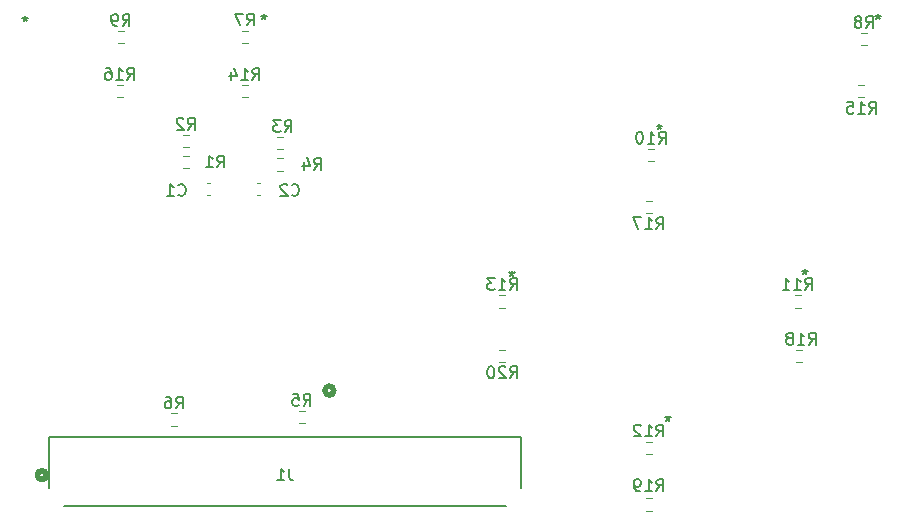
<source format=gbr>
%TF.GenerationSoftware,KiCad,Pcbnew,9.0.0*%
%TF.CreationDate,2025-03-23T02:15:47-05:00*%
%TF.ProjectId,IOBoardV1,494f426f-6172-4645-9631-2e6b69636164,rev?*%
%TF.SameCoordinates,Original*%
%TF.FileFunction,Legend,Bot*%
%TF.FilePolarity,Positive*%
%FSLAX46Y46*%
G04 Gerber Fmt 4.6, Leading zero omitted, Abs format (unit mm)*
G04 Created by KiCad (PCBNEW 9.0.0) date 2025-03-23 02:15:47*
%MOMM*%
%LPD*%
G01*
G04 APERTURE LIST*
%ADD10C,0.150000*%
%ADD11C,0.508000*%
%ADD12C,0.120000*%
%ADD13C,0.152400*%
G04 APERTURE END LIST*
D10*
X142566666Y-65959580D02*
X142614285Y-66007200D01*
X142614285Y-66007200D02*
X142757142Y-66054819D01*
X142757142Y-66054819D02*
X142852380Y-66054819D01*
X142852380Y-66054819D02*
X142995237Y-66007200D01*
X142995237Y-66007200D02*
X143090475Y-65911961D01*
X143090475Y-65911961D02*
X143138094Y-65816723D01*
X143138094Y-65816723D02*
X143185713Y-65626247D01*
X143185713Y-65626247D02*
X143185713Y-65483390D01*
X143185713Y-65483390D02*
X143138094Y-65292914D01*
X143138094Y-65292914D02*
X143090475Y-65197676D01*
X143090475Y-65197676D02*
X142995237Y-65102438D01*
X142995237Y-65102438D02*
X142852380Y-65054819D01*
X142852380Y-65054819D02*
X142757142Y-65054819D01*
X142757142Y-65054819D02*
X142614285Y-65102438D01*
X142614285Y-65102438D02*
X142566666Y-65150057D01*
X142185713Y-65150057D02*
X142138094Y-65102438D01*
X142138094Y-65102438D02*
X142042856Y-65054819D01*
X142042856Y-65054819D02*
X141804761Y-65054819D01*
X141804761Y-65054819D02*
X141709523Y-65102438D01*
X141709523Y-65102438D02*
X141661904Y-65150057D01*
X141661904Y-65150057D02*
X141614285Y-65245295D01*
X141614285Y-65245295D02*
X141614285Y-65340533D01*
X141614285Y-65340533D02*
X141661904Y-65483390D01*
X141661904Y-65483390D02*
X142233332Y-66054819D01*
X142233332Y-66054819D02*
X141614285Y-66054819D01*
X119999999Y-50854819D02*
X119999999Y-51092914D01*
X120238094Y-50997676D02*
X119999999Y-51092914D01*
X119999999Y-51092914D02*
X119761904Y-50997676D01*
X120142856Y-51283390D02*
X119999999Y-51092914D01*
X119999999Y-51092914D02*
X119857142Y-51283390D01*
X140199999Y-50654819D02*
X140199999Y-50892914D01*
X140438094Y-50797676D02*
X140199999Y-50892914D01*
X140199999Y-50892914D02*
X139961904Y-50797676D01*
X140342856Y-51083390D02*
X140199999Y-50892914D01*
X140199999Y-50892914D02*
X140057142Y-51083390D01*
X192199999Y-50654819D02*
X192199999Y-50892914D01*
X192438094Y-50797676D02*
X192199999Y-50892914D01*
X192199999Y-50892914D02*
X191961904Y-50797676D01*
X192342856Y-51083390D02*
X192199999Y-50892914D01*
X192199999Y-50892914D02*
X192057142Y-51083390D01*
X173697899Y-59998218D02*
X173697899Y-60236313D01*
X173935994Y-60141075D02*
X173697899Y-60236313D01*
X173697899Y-60236313D02*
X173459804Y-60141075D01*
X173840756Y-60426789D02*
X173697899Y-60236313D01*
X173697899Y-60236313D02*
X173555042Y-60426789D01*
X174399999Y-84654819D02*
X174399999Y-84892914D01*
X174638094Y-84797676D02*
X174399999Y-84892914D01*
X174399999Y-84892914D02*
X174161904Y-84797676D01*
X174542856Y-85083390D02*
X174399999Y-84892914D01*
X174399999Y-84892914D02*
X174257142Y-85083390D01*
X161197899Y-72398218D02*
X161197899Y-72636313D01*
X161435994Y-72541075D02*
X161197899Y-72636313D01*
X161197899Y-72636313D02*
X160959804Y-72541075D01*
X161340756Y-72826789D02*
X161197899Y-72636313D01*
X161197899Y-72636313D02*
X161055042Y-72826789D01*
X185999999Y-72254819D02*
X185999999Y-72492914D01*
X186238094Y-72397676D02*
X185999999Y-72492914D01*
X185999999Y-72492914D02*
X185761904Y-72397676D01*
X186142856Y-72683390D02*
X185999999Y-72492914D01*
X185999999Y-72492914D02*
X185857142Y-72683390D01*
X161042857Y-81484819D02*
X161376190Y-81008628D01*
X161614285Y-81484819D02*
X161614285Y-80484819D01*
X161614285Y-80484819D02*
X161233333Y-80484819D01*
X161233333Y-80484819D02*
X161138095Y-80532438D01*
X161138095Y-80532438D02*
X161090476Y-80580057D01*
X161090476Y-80580057D02*
X161042857Y-80675295D01*
X161042857Y-80675295D02*
X161042857Y-80818152D01*
X161042857Y-80818152D02*
X161090476Y-80913390D01*
X161090476Y-80913390D02*
X161138095Y-80961009D01*
X161138095Y-80961009D02*
X161233333Y-81008628D01*
X161233333Y-81008628D02*
X161614285Y-81008628D01*
X160661904Y-80580057D02*
X160614285Y-80532438D01*
X160614285Y-80532438D02*
X160519047Y-80484819D01*
X160519047Y-80484819D02*
X160280952Y-80484819D01*
X160280952Y-80484819D02*
X160185714Y-80532438D01*
X160185714Y-80532438D02*
X160138095Y-80580057D01*
X160138095Y-80580057D02*
X160090476Y-80675295D01*
X160090476Y-80675295D02*
X160090476Y-80770533D01*
X160090476Y-80770533D02*
X160138095Y-80913390D01*
X160138095Y-80913390D02*
X160709523Y-81484819D01*
X160709523Y-81484819D02*
X160090476Y-81484819D01*
X159471428Y-80484819D02*
X159376190Y-80484819D01*
X159376190Y-80484819D02*
X159280952Y-80532438D01*
X159280952Y-80532438D02*
X159233333Y-80580057D01*
X159233333Y-80580057D02*
X159185714Y-80675295D01*
X159185714Y-80675295D02*
X159138095Y-80865771D01*
X159138095Y-80865771D02*
X159138095Y-81103866D01*
X159138095Y-81103866D02*
X159185714Y-81294342D01*
X159185714Y-81294342D02*
X159233333Y-81389580D01*
X159233333Y-81389580D02*
X159280952Y-81437200D01*
X159280952Y-81437200D02*
X159376190Y-81484819D01*
X159376190Y-81484819D02*
X159471428Y-81484819D01*
X159471428Y-81484819D02*
X159566666Y-81437200D01*
X159566666Y-81437200D02*
X159614285Y-81389580D01*
X159614285Y-81389580D02*
X159661904Y-81294342D01*
X159661904Y-81294342D02*
X159709523Y-81103866D01*
X159709523Y-81103866D02*
X159709523Y-80865771D01*
X159709523Y-80865771D02*
X159661904Y-80675295D01*
X159661904Y-80675295D02*
X159614285Y-80580057D01*
X159614285Y-80580057D02*
X159566666Y-80532438D01*
X159566666Y-80532438D02*
X159471428Y-80484819D01*
X173442857Y-91054819D02*
X173776190Y-90578628D01*
X174014285Y-91054819D02*
X174014285Y-90054819D01*
X174014285Y-90054819D02*
X173633333Y-90054819D01*
X173633333Y-90054819D02*
X173538095Y-90102438D01*
X173538095Y-90102438D02*
X173490476Y-90150057D01*
X173490476Y-90150057D02*
X173442857Y-90245295D01*
X173442857Y-90245295D02*
X173442857Y-90388152D01*
X173442857Y-90388152D02*
X173490476Y-90483390D01*
X173490476Y-90483390D02*
X173538095Y-90531009D01*
X173538095Y-90531009D02*
X173633333Y-90578628D01*
X173633333Y-90578628D02*
X174014285Y-90578628D01*
X172490476Y-91054819D02*
X173061904Y-91054819D01*
X172776190Y-91054819D02*
X172776190Y-90054819D01*
X172776190Y-90054819D02*
X172871428Y-90197676D01*
X172871428Y-90197676D02*
X172966666Y-90292914D01*
X172966666Y-90292914D02*
X173061904Y-90340533D01*
X172014285Y-91054819D02*
X171823809Y-91054819D01*
X171823809Y-91054819D02*
X171728571Y-91007200D01*
X171728571Y-91007200D02*
X171680952Y-90959580D01*
X171680952Y-90959580D02*
X171585714Y-90816723D01*
X171585714Y-90816723D02*
X171538095Y-90626247D01*
X171538095Y-90626247D02*
X171538095Y-90245295D01*
X171538095Y-90245295D02*
X171585714Y-90150057D01*
X171585714Y-90150057D02*
X171633333Y-90102438D01*
X171633333Y-90102438D02*
X171728571Y-90054819D01*
X171728571Y-90054819D02*
X171919047Y-90054819D01*
X171919047Y-90054819D02*
X172014285Y-90102438D01*
X172014285Y-90102438D02*
X172061904Y-90150057D01*
X172061904Y-90150057D02*
X172109523Y-90245295D01*
X172109523Y-90245295D02*
X172109523Y-90483390D01*
X172109523Y-90483390D02*
X172061904Y-90578628D01*
X172061904Y-90578628D02*
X172014285Y-90626247D01*
X172014285Y-90626247D02*
X171919047Y-90673866D01*
X171919047Y-90673866D02*
X171728571Y-90673866D01*
X171728571Y-90673866D02*
X171633333Y-90626247D01*
X171633333Y-90626247D02*
X171585714Y-90578628D01*
X171585714Y-90578628D02*
X171538095Y-90483390D01*
X186355357Y-78654819D02*
X186688690Y-78178628D01*
X186926785Y-78654819D02*
X186926785Y-77654819D01*
X186926785Y-77654819D02*
X186545833Y-77654819D01*
X186545833Y-77654819D02*
X186450595Y-77702438D01*
X186450595Y-77702438D02*
X186402976Y-77750057D01*
X186402976Y-77750057D02*
X186355357Y-77845295D01*
X186355357Y-77845295D02*
X186355357Y-77988152D01*
X186355357Y-77988152D02*
X186402976Y-78083390D01*
X186402976Y-78083390D02*
X186450595Y-78131009D01*
X186450595Y-78131009D02*
X186545833Y-78178628D01*
X186545833Y-78178628D02*
X186926785Y-78178628D01*
X185402976Y-78654819D02*
X185974404Y-78654819D01*
X185688690Y-78654819D02*
X185688690Y-77654819D01*
X185688690Y-77654819D02*
X185783928Y-77797676D01*
X185783928Y-77797676D02*
X185879166Y-77892914D01*
X185879166Y-77892914D02*
X185974404Y-77940533D01*
X184831547Y-78083390D02*
X184926785Y-78035771D01*
X184926785Y-78035771D02*
X184974404Y-77988152D01*
X184974404Y-77988152D02*
X185022023Y-77892914D01*
X185022023Y-77892914D02*
X185022023Y-77845295D01*
X185022023Y-77845295D02*
X184974404Y-77750057D01*
X184974404Y-77750057D02*
X184926785Y-77702438D01*
X184926785Y-77702438D02*
X184831547Y-77654819D01*
X184831547Y-77654819D02*
X184641071Y-77654819D01*
X184641071Y-77654819D02*
X184545833Y-77702438D01*
X184545833Y-77702438D02*
X184498214Y-77750057D01*
X184498214Y-77750057D02*
X184450595Y-77845295D01*
X184450595Y-77845295D02*
X184450595Y-77892914D01*
X184450595Y-77892914D02*
X184498214Y-77988152D01*
X184498214Y-77988152D02*
X184545833Y-78035771D01*
X184545833Y-78035771D02*
X184641071Y-78083390D01*
X184641071Y-78083390D02*
X184831547Y-78083390D01*
X184831547Y-78083390D02*
X184926785Y-78131009D01*
X184926785Y-78131009D02*
X184974404Y-78178628D01*
X184974404Y-78178628D02*
X185022023Y-78273866D01*
X185022023Y-78273866D02*
X185022023Y-78464342D01*
X185022023Y-78464342D02*
X184974404Y-78559580D01*
X184974404Y-78559580D02*
X184926785Y-78607200D01*
X184926785Y-78607200D02*
X184831547Y-78654819D01*
X184831547Y-78654819D02*
X184641071Y-78654819D01*
X184641071Y-78654819D02*
X184545833Y-78607200D01*
X184545833Y-78607200D02*
X184498214Y-78559580D01*
X184498214Y-78559580D02*
X184450595Y-78464342D01*
X184450595Y-78464342D02*
X184450595Y-78273866D01*
X184450595Y-78273866D02*
X184498214Y-78178628D01*
X184498214Y-78178628D02*
X184545833Y-78131009D01*
X184545833Y-78131009D02*
X184641071Y-78083390D01*
X173442857Y-68884819D02*
X173776190Y-68408628D01*
X174014285Y-68884819D02*
X174014285Y-67884819D01*
X174014285Y-67884819D02*
X173633333Y-67884819D01*
X173633333Y-67884819D02*
X173538095Y-67932438D01*
X173538095Y-67932438D02*
X173490476Y-67980057D01*
X173490476Y-67980057D02*
X173442857Y-68075295D01*
X173442857Y-68075295D02*
X173442857Y-68218152D01*
X173442857Y-68218152D02*
X173490476Y-68313390D01*
X173490476Y-68313390D02*
X173538095Y-68361009D01*
X173538095Y-68361009D02*
X173633333Y-68408628D01*
X173633333Y-68408628D02*
X174014285Y-68408628D01*
X172490476Y-68884819D02*
X173061904Y-68884819D01*
X172776190Y-68884819D02*
X172776190Y-67884819D01*
X172776190Y-67884819D02*
X172871428Y-68027676D01*
X172871428Y-68027676D02*
X172966666Y-68122914D01*
X172966666Y-68122914D02*
X173061904Y-68170533D01*
X172157142Y-67884819D02*
X171490476Y-67884819D01*
X171490476Y-67884819D02*
X171919047Y-68884819D01*
X128642857Y-56224819D02*
X128976190Y-55748628D01*
X129214285Y-56224819D02*
X129214285Y-55224819D01*
X129214285Y-55224819D02*
X128833333Y-55224819D01*
X128833333Y-55224819D02*
X128738095Y-55272438D01*
X128738095Y-55272438D02*
X128690476Y-55320057D01*
X128690476Y-55320057D02*
X128642857Y-55415295D01*
X128642857Y-55415295D02*
X128642857Y-55558152D01*
X128642857Y-55558152D02*
X128690476Y-55653390D01*
X128690476Y-55653390D02*
X128738095Y-55701009D01*
X128738095Y-55701009D02*
X128833333Y-55748628D01*
X128833333Y-55748628D02*
X129214285Y-55748628D01*
X127690476Y-56224819D02*
X128261904Y-56224819D01*
X127976190Y-56224819D02*
X127976190Y-55224819D01*
X127976190Y-55224819D02*
X128071428Y-55367676D01*
X128071428Y-55367676D02*
X128166666Y-55462914D01*
X128166666Y-55462914D02*
X128261904Y-55510533D01*
X126833333Y-55224819D02*
X127023809Y-55224819D01*
X127023809Y-55224819D02*
X127119047Y-55272438D01*
X127119047Y-55272438D02*
X127166666Y-55320057D01*
X127166666Y-55320057D02*
X127261904Y-55462914D01*
X127261904Y-55462914D02*
X127309523Y-55653390D01*
X127309523Y-55653390D02*
X127309523Y-56034342D01*
X127309523Y-56034342D02*
X127261904Y-56129580D01*
X127261904Y-56129580D02*
X127214285Y-56177200D01*
X127214285Y-56177200D02*
X127119047Y-56224819D01*
X127119047Y-56224819D02*
X126928571Y-56224819D01*
X126928571Y-56224819D02*
X126833333Y-56177200D01*
X126833333Y-56177200D02*
X126785714Y-56129580D01*
X126785714Y-56129580D02*
X126738095Y-56034342D01*
X126738095Y-56034342D02*
X126738095Y-55796247D01*
X126738095Y-55796247D02*
X126785714Y-55701009D01*
X126785714Y-55701009D02*
X126833333Y-55653390D01*
X126833333Y-55653390D02*
X126928571Y-55605771D01*
X126928571Y-55605771D02*
X127119047Y-55605771D01*
X127119047Y-55605771D02*
X127214285Y-55653390D01*
X127214285Y-55653390D02*
X127261904Y-55701009D01*
X127261904Y-55701009D02*
X127309523Y-55796247D01*
X191442857Y-59084819D02*
X191776190Y-58608628D01*
X192014285Y-59084819D02*
X192014285Y-58084819D01*
X192014285Y-58084819D02*
X191633333Y-58084819D01*
X191633333Y-58084819D02*
X191538095Y-58132438D01*
X191538095Y-58132438D02*
X191490476Y-58180057D01*
X191490476Y-58180057D02*
X191442857Y-58275295D01*
X191442857Y-58275295D02*
X191442857Y-58418152D01*
X191442857Y-58418152D02*
X191490476Y-58513390D01*
X191490476Y-58513390D02*
X191538095Y-58561009D01*
X191538095Y-58561009D02*
X191633333Y-58608628D01*
X191633333Y-58608628D02*
X192014285Y-58608628D01*
X190490476Y-59084819D02*
X191061904Y-59084819D01*
X190776190Y-59084819D02*
X190776190Y-58084819D01*
X190776190Y-58084819D02*
X190871428Y-58227676D01*
X190871428Y-58227676D02*
X190966666Y-58322914D01*
X190966666Y-58322914D02*
X191061904Y-58370533D01*
X189585714Y-58084819D02*
X190061904Y-58084819D01*
X190061904Y-58084819D02*
X190109523Y-58561009D01*
X190109523Y-58561009D02*
X190061904Y-58513390D01*
X190061904Y-58513390D02*
X189966666Y-58465771D01*
X189966666Y-58465771D02*
X189728571Y-58465771D01*
X189728571Y-58465771D02*
X189633333Y-58513390D01*
X189633333Y-58513390D02*
X189585714Y-58561009D01*
X189585714Y-58561009D02*
X189538095Y-58656247D01*
X189538095Y-58656247D02*
X189538095Y-58894342D01*
X189538095Y-58894342D02*
X189585714Y-58989580D01*
X189585714Y-58989580D02*
X189633333Y-59037200D01*
X189633333Y-59037200D02*
X189728571Y-59084819D01*
X189728571Y-59084819D02*
X189966666Y-59084819D01*
X189966666Y-59084819D02*
X190061904Y-59037200D01*
X190061904Y-59037200D02*
X190109523Y-58989580D01*
X139242857Y-56254819D02*
X139576190Y-55778628D01*
X139814285Y-56254819D02*
X139814285Y-55254819D01*
X139814285Y-55254819D02*
X139433333Y-55254819D01*
X139433333Y-55254819D02*
X139338095Y-55302438D01*
X139338095Y-55302438D02*
X139290476Y-55350057D01*
X139290476Y-55350057D02*
X139242857Y-55445295D01*
X139242857Y-55445295D02*
X139242857Y-55588152D01*
X139242857Y-55588152D02*
X139290476Y-55683390D01*
X139290476Y-55683390D02*
X139338095Y-55731009D01*
X139338095Y-55731009D02*
X139433333Y-55778628D01*
X139433333Y-55778628D02*
X139814285Y-55778628D01*
X138290476Y-56254819D02*
X138861904Y-56254819D01*
X138576190Y-56254819D02*
X138576190Y-55254819D01*
X138576190Y-55254819D02*
X138671428Y-55397676D01*
X138671428Y-55397676D02*
X138766666Y-55492914D01*
X138766666Y-55492914D02*
X138861904Y-55540533D01*
X137433333Y-55588152D02*
X137433333Y-56254819D01*
X137671428Y-55207200D02*
X137909523Y-55921485D01*
X137909523Y-55921485D02*
X137290476Y-55921485D01*
X161042857Y-74024819D02*
X161376190Y-73548628D01*
X161614285Y-74024819D02*
X161614285Y-73024819D01*
X161614285Y-73024819D02*
X161233333Y-73024819D01*
X161233333Y-73024819D02*
X161138095Y-73072438D01*
X161138095Y-73072438D02*
X161090476Y-73120057D01*
X161090476Y-73120057D02*
X161042857Y-73215295D01*
X161042857Y-73215295D02*
X161042857Y-73358152D01*
X161042857Y-73358152D02*
X161090476Y-73453390D01*
X161090476Y-73453390D02*
X161138095Y-73501009D01*
X161138095Y-73501009D02*
X161233333Y-73548628D01*
X161233333Y-73548628D02*
X161614285Y-73548628D01*
X160090476Y-74024819D02*
X160661904Y-74024819D01*
X160376190Y-74024819D02*
X160376190Y-73024819D01*
X160376190Y-73024819D02*
X160471428Y-73167676D01*
X160471428Y-73167676D02*
X160566666Y-73262914D01*
X160566666Y-73262914D02*
X160661904Y-73310533D01*
X159757142Y-73024819D02*
X159138095Y-73024819D01*
X159138095Y-73024819D02*
X159471428Y-73405771D01*
X159471428Y-73405771D02*
X159328571Y-73405771D01*
X159328571Y-73405771D02*
X159233333Y-73453390D01*
X159233333Y-73453390D02*
X159185714Y-73501009D01*
X159185714Y-73501009D02*
X159138095Y-73596247D01*
X159138095Y-73596247D02*
X159138095Y-73834342D01*
X159138095Y-73834342D02*
X159185714Y-73929580D01*
X159185714Y-73929580D02*
X159233333Y-73977200D01*
X159233333Y-73977200D02*
X159328571Y-74024819D01*
X159328571Y-74024819D02*
X159614285Y-74024819D01*
X159614285Y-74024819D02*
X159709523Y-73977200D01*
X159709523Y-73977200D02*
X159757142Y-73929580D01*
X173442857Y-86424819D02*
X173776190Y-85948628D01*
X174014285Y-86424819D02*
X174014285Y-85424819D01*
X174014285Y-85424819D02*
X173633333Y-85424819D01*
X173633333Y-85424819D02*
X173538095Y-85472438D01*
X173538095Y-85472438D02*
X173490476Y-85520057D01*
X173490476Y-85520057D02*
X173442857Y-85615295D01*
X173442857Y-85615295D02*
X173442857Y-85758152D01*
X173442857Y-85758152D02*
X173490476Y-85853390D01*
X173490476Y-85853390D02*
X173538095Y-85901009D01*
X173538095Y-85901009D02*
X173633333Y-85948628D01*
X173633333Y-85948628D02*
X174014285Y-85948628D01*
X172490476Y-86424819D02*
X173061904Y-86424819D01*
X172776190Y-86424819D02*
X172776190Y-85424819D01*
X172776190Y-85424819D02*
X172871428Y-85567676D01*
X172871428Y-85567676D02*
X172966666Y-85662914D01*
X172966666Y-85662914D02*
X173061904Y-85710533D01*
X172109523Y-85520057D02*
X172061904Y-85472438D01*
X172061904Y-85472438D02*
X171966666Y-85424819D01*
X171966666Y-85424819D02*
X171728571Y-85424819D01*
X171728571Y-85424819D02*
X171633333Y-85472438D01*
X171633333Y-85472438D02*
X171585714Y-85520057D01*
X171585714Y-85520057D02*
X171538095Y-85615295D01*
X171538095Y-85615295D02*
X171538095Y-85710533D01*
X171538095Y-85710533D02*
X171585714Y-85853390D01*
X171585714Y-85853390D02*
X172157142Y-86424819D01*
X172157142Y-86424819D02*
X171538095Y-86424819D01*
X186042857Y-74024819D02*
X186376190Y-73548628D01*
X186614285Y-74024819D02*
X186614285Y-73024819D01*
X186614285Y-73024819D02*
X186233333Y-73024819D01*
X186233333Y-73024819D02*
X186138095Y-73072438D01*
X186138095Y-73072438D02*
X186090476Y-73120057D01*
X186090476Y-73120057D02*
X186042857Y-73215295D01*
X186042857Y-73215295D02*
X186042857Y-73358152D01*
X186042857Y-73358152D02*
X186090476Y-73453390D01*
X186090476Y-73453390D02*
X186138095Y-73501009D01*
X186138095Y-73501009D02*
X186233333Y-73548628D01*
X186233333Y-73548628D02*
X186614285Y-73548628D01*
X185090476Y-74024819D02*
X185661904Y-74024819D01*
X185376190Y-74024819D02*
X185376190Y-73024819D01*
X185376190Y-73024819D02*
X185471428Y-73167676D01*
X185471428Y-73167676D02*
X185566666Y-73262914D01*
X185566666Y-73262914D02*
X185661904Y-73310533D01*
X184138095Y-74024819D02*
X184709523Y-74024819D01*
X184423809Y-74024819D02*
X184423809Y-73024819D01*
X184423809Y-73024819D02*
X184519047Y-73167676D01*
X184519047Y-73167676D02*
X184614285Y-73262914D01*
X184614285Y-73262914D02*
X184709523Y-73310533D01*
X173642857Y-61624819D02*
X173976190Y-61148628D01*
X174214285Y-61624819D02*
X174214285Y-60624819D01*
X174214285Y-60624819D02*
X173833333Y-60624819D01*
X173833333Y-60624819D02*
X173738095Y-60672438D01*
X173738095Y-60672438D02*
X173690476Y-60720057D01*
X173690476Y-60720057D02*
X173642857Y-60815295D01*
X173642857Y-60815295D02*
X173642857Y-60958152D01*
X173642857Y-60958152D02*
X173690476Y-61053390D01*
X173690476Y-61053390D02*
X173738095Y-61101009D01*
X173738095Y-61101009D02*
X173833333Y-61148628D01*
X173833333Y-61148628D02*
X174214285Y-61148628D01*
X172690476Y-61624819D02*
X173261904Y-61624819D01*
X172976190Y-61624819D02*
X172976190Y-60624819D01*
X172976190Y-60624819D02*
X173071428Y-60767676D01*
X173071428Y-60767676D02*
X173166666Y-60862914D01*
X173166666Y-60862914D02*
X173261904Y-60910533D01*
X172071428Y-60624819D02*
X171976190Y-60624819D01*
X171976190Y-60624819D02*
X171880952Y-60672438D01*
X171880952Y-60672438D02*
X171833333Y-60720057D01*
X171833333Y-60720057D02*
X171785714Y-60815295D01*
X171785714Y-60815295D02*
X171738095Y-61005771D01*
X171738095Y-61005771D02*
X171738095Y-61243866D01*
X171738095Y-61243866D02*
X171785714Y-61434342D01*
X171785714Y-61434342D02*
X171833333Y-61529580D01*
X171833333Y-61529580D02*
X171880952Y-61577200D01*
X171880952Y-61577200D02*
X171976190Y-61624819D01*
X171976190Y-61624819D02*
X172071428Y-61624819D01*
X172071428Y-61624819D02*
X172166666Y-61577200D01*
X172166666Y-61577200D02*
X172214285Y-61529580D01*
X172214285Y-61529580D02*
X172261904Y-61434342D01*
X172261904Y-61434342D02*
X172309523Y-61243866D01*
X172309523Y-61243866D02*
X172309523Y-61005771D01*
X172309523Y-61005771D02*
X172261904Y-60815295D01*
X172261904Y-60815295D02*
X172214285Y-60720057D01*
X172214285Y-60720057D02*
X172166666Y-60672438D01*
X172166666Y-60672438D02*
X172071428Y-60624819D01*
X128254166Y-51654819D02*
X128587499Y-51178628D01*
X128825594Y-51654819D02*
X128825594Y-50654819D01*
X128825594Y-50654819D02*
X128444642Y-50654819D01*
X128444642Y-50654819D02*
X128349404Y-50702438D01*
X128349404Y-50702438D02*
X128301785Y-50750057D01*
X128301785Y-50750057D02*
X128254166Y-50845295D01*
X128254166Y-50845295D02*
X128254166Y-50988152D01*
X128254166Y-50988152D02*
X128301785Y-51083390D01*
X128301785Y-51083390D02*
X128349404Y-51131009D01*
X128349404Y-51131009D02*
X128444642Y-51178628D01*
X128444642Y-51178628D02*
X128825594Y-51178628D01*
X127777975Y-51654819D02*
X127587499Y-51654819D01*
X127587499Y-51654819D02*
X127492261Y-51607200D01*
X127492261Y-51607200D02*
X127444642Y-51559580D01*
X127444642Y-51559580D02*
X127349404Y-51416723D01*
X127349404Y-51416723D02*
X127301785Y-51226247D01*
X127301785Y-51226247D02*
X127301785Y-50845295D01*
X127301785Y-50845295D02*
X127349404Y-50750057D01*
X127349404Y-50750057D02*
X127397023Y-50702438D01*
X127397023Y-50702438D02*
X127492261Y-50654819D01*
X127492261Y-50654819D02*
X127682737Y-50654819D01*
X127682737Y-50654819D02*
X127777975Y-50702438D01*
X127777975Y-50702438D02*
X127825594Y-50750057D01*
X127825594Y-50750057D02*
X127873213Y-50845295D01*
X127873213Y-50845295D02*
X127873213Y-51083390D01*
X127873213Y-51083390D02*
X127825594Y-51178628D01*
X127825594Y-51178628D02*
X127777975Y-51226247D01*
X127777975Y-51226247D02*
X127682737Y-51273866D01*
X127682737Y-51273866D02*
X127492261Y-51273866D01*
X127492261Y-51273866D02*
X127397023Y-51226247D01*
X127397023Y-51226247D02*
X127349404Y-51178628D01*
X127349404Y-51178628D02*
X127301785Y-51083390D01*
X191166666Y-51824819D02*
X191499999Y-51348628D01*
X191738094Y-51824819D02*
X191738094Y-50824819D01*
X191738094Y-50824819D02*
X191357142Y-50824819D01*
X191357142Y-50824819D02*
X191261904Y-50872438D01*
X191261904Y-50872438D02*
X191214285Y-50920057D01*
X191214285Y-50920057D02*
X191166666Y-51015295D01*
X191166666Y-51015295D02*
X191166666Y-51158152D01*
X191166666Y-51158152D02*
X191214285Y-51253390D01*
X191214285Y-51253390D02*
X191261904Y-51301009D01*
X191261904Y-51301009D02*
X191357142Y-51348628D01*
X191357142Y-51348628D02*
X191738094Y-51348628D01*
X190595237Y-51253390D02*
X190690475Y-51205771D01*
X190690475Y-51205771D02*
X190738094Y-51158152D01*
X190738094Y-51158152D02*
X190785713Y-51062914D01*
X190785713Y-51062914D02*
X190785713Y-51015295D01*
X190785713Y-51015295D02*
X190738094Y-50920057D01*
X190738094Y-50920057D02*
X190690475Y-50872438D01*
X190690475Y-50872438D02*
X190595237Y-50824819D01*
X190595237Y-50824819D02*
X190404761Y-50824819D01*
X190404761Y-50824819D02*
X190309523Y-50872438D01*
X190309523Y-50872438D02*
X190261904Y-50920057D01*
X190261904Y-50920057D02*
X190214285Y-51015295D01*
X190214285Y-51015295D02*
X190214285Y-51062914D01*
X190214285Y-51062914D02*
X190261904Y-51158152D01*
X190261904Y-51158152D02*
X190309523Y-51205771D01*
X190309523Y-51205771D02*
X190404761Y-51253390D01*
X190404761Y-51253390D02*
X190595237Y-51253390D01*
X190595237Y-51253390D02*
X190690475Y-51301009D01*
X190690475Y-51301009D02*
X190738094Y-51348628D01*
X190738094Y-51348628D02*
X190785713Y-51443866D01*
X190785713Y-51443866D02*
X190785713Y-51634342D01*
X190785713Y-51634342D02*
X190738094Y-51729580D01*
X190738094Y-51729580D02*
X190690475Y-51777200D01*
X190690475Y-51777200D02*
X190595237Y-51824819D01*
X190595237Y-51824819D02*
X190404761Y-51824819D01*
X190404761Y-51824819D02*
X190309523Y-51777200D01*
X190309523Y-51777200D02*
X190261904Y-51729580D01*
X190261904Y-51729580D02*
X190214285Y-51634342D01*
X190214285Y-51634342D02*
X190214285Y-51443866D01*
X190214285Y-51443866D02*
X190261904Y-51348628D01*
X190261904Y-51348628D02*
X190309523Y-51301009D01*
X190309523Y-51301009D02*
X190404761Y-51253390D01*
X138766666Y-51624819D02*
X139099999Y-51148628D01*
X139338094Y-51624819D02*
X139338094Y-50624819D01*
X139338094Y-50624819D02*
X138957142Y-50624819D01*
X138957142Y-50624819D02*
X138861904Y-50672438D01*
X138861904Y-50672438D02*
X138814285Y-50720057D01*
X138814285Y-50720057D02*
X138766666Y-50815295D01*
X138766666Y-50815295D02*
X138766666Y-50958152D01*
X138766666Y-50958152D02*
X138814285Y-51053390D01*
X138814285Y-51053390D02*
X138861904Y-51101009D01*
X138861904Y-51101009D02*
X138957142Y-51148628D01*
X138957142Y-51148628D02*
X139338094Y-51148628D01*
X138433332Y-50624819D02*
X137766666Y-50624819D01*
X137766666Y-50624819D02*
X138195237Y-51624819D01*
X132766666Y-84054819D02*
X133099999Y-83578628D01*
X133338094Y-84054819D02*
X133338094Y-83054819D01*
X133338094Y-83054819D02*
X132957142Y-83054819D01*
X132957142Y-83054819D02*
X132861904Y-83102438D01*
X132861904Y-83102438D02*
X132814285Y-83150057D01*
X132814285Y-83150057D02*
X132766666Y-83245295D01*
X132766666Y-83245295D02*
X132766666Y-83388152D01*
X132766666Y-83388152D02*
X132814285Y-83483390D01*
X132814285Y-83483390D02*
X132861904Y-83531009D01*
X132861904Y-83531009D02*
X132957142Y-83578628D01*
X132957142Y-83578628D02*
X133338094Y-83578628D01*
X131909523Y-83054819D02*
X132099999Y-83054819D01*
X132099999Y-83054819D02*
X132195237Y-83102438D01*
X132195237Y-83102438D02*
X132242856Y-83150057D01*
X132242856Y-83150057D02*
X132338094Y-83292914D01*
X132338094Y-83292914D02*
X132385713Y-83483390D01*
X132385713Y-83483390D02*
X132385713Y-83864342D01*
X132385713Y-83864342D02*
X132338094Y-83959580D01*
X132338094Y-83959580D02*
X132290475Y-84007200D01*
X132290475Y-84007200D02*
X132195237Y-84054819D01*
X132195237Y-84054819D02*
X132004761Y-84054819D01*
X132004761Y-84054819D02*
X131909523Y-84007200D01*
X131909523Y-84007200D02*
X131861904Y-83959580D01*
X131861904Y-83959580D02*
X131814285Y-83864342D01*
X131814285Y-83864342D02*
X131814285Y-83626247D01*
X131814285Y-83626247D02*
X131861904Y-83531009D01*
X131861904Y-83531009D02*
X131909523Y-83483390D01*
X131909523Y-83483390D02*
X132004761Y-83435771D01*
X132004761Y-83435771D02*
X132195237Y-83435771D01*
X132195237Y-83435771D02*
X132290475Y-83483390D01*
X132290475Y-83483390D02*
X132338094Y-83531009D01*
X132338094Y-83531009D02*
X132385713Y-83626247D01*
X143566666Y-83824819D02*
X143899999Y-83348628D01*
X144138094Y-83824819D02*
X144138094Y-82824819D01*
X144138094Y-82824819D02*
X143757142Y-82824819D01*
X143757142Y-82824819D02*
X143661904Y-82872438D01*
X143661904Y-82872438D02*
X143614285Y-82920057D01*
X143614285Y-82920057D02*
X143566666Y-83015295D01*
X143566666Y-83015295D02*
X143566666Y-83158152D01*
X143566666Y-83158152D02*
X143614285Y-83253390D01*
X143614285Y-83253390D02*
X143661904Y-83301009D01*
X143661904Y-83301009D02*
X143757142Y-83348628D01*
X143757142Y-83348628D02*
X144138094Y-83348628D01*
X142661904Y-82824819D02*
X143138094Y-82824819D01*
X143138094Y-82824819D02*
X143185713Y-83301009D01*
X143185713Y-83301009D02*
X143138094Y-83253390D01*
X143138094Y-83253390D02*
X143042856Y-83205771D01*
X143042856Y-83205771D02*
X142804761Y-83205771D01*
X142804761Y-83205771D02*
X142709523Y-83253390D01*
X142709523Y-83253390D02*
X142661904Y-83301009D01*
X142661904Y-83301009D02*
X142614285Y-83396247D01*
X142614285Y-83396247D02*
X142614285Y-83634342D01*
X142614285Y-83634342D02*
X142661904Y-83729580D01*
X142661904Y-83729580D02*
X142709523Y-83777200D01*
X142709523Y-83777200D02*
X142804761Y-83824819D01*
X142804761Y-83824819D02*
X143042856Y-83824819D01*
X143042856Y-83824819D02*
X143138094Y-83777200D01*
X143138094Y-83777200D02*
X143185713Y-83729580D01*
X144454166Y-63854819D02*
X144787499Y-63378628D01*
X145025594Y-63854819D02*
X145025594Y-62854819D01*
X145025594Y-62854819D02*
X144644642Y-62854819D01*
X144644642Y-62854819D02*
X144549404Y-62902438D01*
X144549404Y-62902438D02*
X144501785Y-62950057D01*
X144501785Y-62950057D02*
X144454166Y-63045295D01*
X144454166Y-63045295D02*
X144454166Y-63188152D01*
X144454166Y-63188152D02*
X144501785Y-63283390D01*
X144501785Y-63283390D02*
X144549404Y-63331009D01*
X144549404Y-63331009D02*
X144644642Y-63378628D01*
X144644642Y-63378628D02*
X145025594Y-63378628D01*
X143597023Y-63188152D02*
X143597023Y-63854819D01*
X143835118Y-62807200D02*
X144073213Y-63521485D01*
X144073213Y-63521485D02*
X143454166Y-63521485D01*
X141966666Y-60654819D02*
X142299999Y-60178628D01*
X142538094Y-60654819D02*
X142538094Y-59654819D01*
X142538094Y-59654819D02*
X142157142Y-59654819D01*
X142157142Y-59654819D02*
X142061904Y-59702438D01*
X142061904Y-59702438D02*
X142014285Y-59750057D01*
X142014285Y-59750057D02*
X141966666Y-59845295D01*
X141966666Y-59845295D02*
X141966666Y-59988152D01*
X141966666Y-59988152D02*
X142014285Y-60083390D01*
X142014285Y-60083390D02*
X142061904Y-60131009D01*
X142061904Y-60131009D02*
X142157142Y-60178628D01*
X142157142Y-60178628D02*
X142538094Y-60178628D01*
X141633332Y-59654819D02*
X141014285Y-59654819D01*
X141014285Y-59654819D02*
X141347618Y-60035771D01*
X141347618Y-60035771D02*
X141204761Y-60035771D01*
X141204761Y-60035771D02*
X141109523Y-60083390D01*
X141109523Y-60083390D02*
X141061904Y-60131009D01*
X141061904Y-60131009D02*
X141014285Y-60226247D01*
X141014285Y-60226247D02*
X141014285Y-60464342D01*
X141014285Y-60464342D02*
X141061904Y-60559580D01*
X141061904Y-60559580D02*
X141109523Y-60607200D01*
X141109523Y-60607200D02*
X141204761Y-60654819D01*
X141204761Y-60654819D02*
X141490475Y-60654819D01*
X141490475Y-60654819D02*
X141585713Y-60607200D01*
X141585713Y-60607200D02*
X141633332Y-60559580D01*
X133766666Y-60454819D02*
X134099999Y-59978628D01*
X134338094Y-60454819D02*
X134338094Y-59454819D01*
X134338094Y-59454819D02*
X133957142Y-59454819D01*
X133957142Y-59454819D02*
X133861904Y-59502438D01*
X133861904Y-59502438D02*
X133814285Y-59550057D01*
X133814285Y-59550057D02*
X133766666Y-59645295D01*
X133766666Y-59645295D02*
X133766666Y-59788152D01*
X133766666Y-59788152D02*
X133814285Y-59883390D01*
X133814285Y-59883390D02*
X133861904Y-59931009D01*
X133861904Y-59931009D02*
X133957142Y-59978628D01*
X133957142Y-59978628D02*
X134338094Y-59978628D01*
X133385713Y-59550057D02*
X133338094Y-59502438D01*
X133338094Y-59502438D02*
X133242856Y-59454819D01*
X133242856Y-59454819D02*
X133004761Y-59454819D01*
X133004761Y-59454819D02*
X132909523Y-59502438D01*
X132909523Y-59502438D02*
X132861904Y-59550057D01*
X132861904Y-59550057D02*
X132814285Y-59645295D01*
X132814285Y-59645295D02*
X132814285Y-59740533D01*
X132814285Y-59740533D02*
X132861904Y-59883390D01*
X132861904Y-59883390D02*
X133433332Y-60454819D01*
X133433332Y-60454819D02*
X132814285Y-60454819D01*
X136254166Y-63654819D02*
X136587499Y-63178628D01*
X136825594Y-63654819D02*
X136825594Y-62654819D01*
X136825594Y-62654819D02*
X136444642Y-62654819D01*
X136444642Y-62654819D02*
X136349404Y-62702438D01*
X136349404Y-62702438D02*
X136301785Y-62750057D01*
X136301785Y-62750057D02*
X136254166Y-62845295D01*
X136254166Y-62845295D02*
X136254166Y-62988152D01*
X136254166Y-62988152D02*
X136301785Y-63083390D01*
X136301785Y-63083390D02*
X136349404Y-63131009D01*
X136349404Y-63131009D02*
X136444642Y-63178628D01*
X136444642Y-63178628D02*
X136825594Y-63178628D01*
X135301785Y-63654819D02*
X135873213Y-63654819D01*
X135587499Y-63654819D02*
X135587499Y-62654819D01*
X135587499Y-62654819D02*
X135682737Y-62797676D01*
X135682737Y-62797676D02*
X135777975Y-62892914D01*
X135777975Y-62892914D02*
X135873213Y-62940533D01*
X142333333Y-89154819D02*
X142333333Y-89869104D01*
X142333333Y-89869104D02*
X142380952Y-90011961D01*
X142380952Y-90011961D02*
X142476190Y-90107200D01*
X142476190Y-90107200D02*
X142619047Y-90154819D01*
X142619047Y-90154819D02*
X142714285Y-90154819D01*
X141333333Y-90154819D02*
X141904761Y-90154819D01*
X141619047Y-90154819D02*
X141619047Y-89154819D01*
X141619047Y-89154819D02*
X141714285Y-89297676D01*
X141714285Y-89297676D02*
X141809523Y-89392914D01*
X141809523Y-89392914D02*
X141904761Y-89440533D01*
X132966666Y-65959580D02*
X133014285Y-66007200D01*
X133014285Y-66007200D02*
X133157142Y-66054819D01*
X133157142Y-66054819D02*
X133252380Y-66054819D01*
X133252380Y-66054819D02*
X133395237Y-66007200D01*
X133395237Y-66007200D02*
X133490475Y-65911961D01*
X133490475Y-65911961D02*
X133538094Y-65816723D01*
X133538094Y-65816723D02*
X133585713Y-65626247D01*
X133585713Y-65626247D02*
X133585713Y-65483390D01*
X133585713Y-65483390D02*
X133538094Y-65292914D01*
X133538094Y-65292914D02*
X133490475Y-65197676D01*
X133490475Y-65197676D02*
X133395237Y-65102438D01*
X133395237Y-65102438D02*
X133252380Y-65054819D01*
X133252380Y-65054819D02*
X133157142Y-65054819D01*
X133157142Y-65054819D02*
X133014285Y-65102438D01*
X133014285Y-65102438D02*
X132966666Y-65150057D01*
X132014285Y-66054819D02*
X132585713Y-66054819D01*
X132299999Y-66054819D02*
X132299999Y-65054819D01*
X132299999Y-65054819D02*
X132395237Y-65197676D01*
X132395237Y-65197676D02*
X132490475Y-65292914D01*
X132490475Y-65292914D02*
X132585713Y-65340533D01*
D11*
%TO.C,SW1*%
X146128401Y-82545150D02*
G75*
G02*
X145366401Y-82545150I-381000J0D01*
G01*
X145366401Y-82545150D02*
G75*
G02*
X146128401Y-82545150I381000J0D01*
G01*
D12*
%TO.C,C2*%
X139896267Y-64990000D02*
X139603733Y-64990000D01*
X139896267Y-66010000D02*
X139603733Y-66010000D01*
%TO.C,R20*%
X160145276Y-80122500D02*
X160654724Y-80122500D01*
X160145276Y-79077500D02*
X160654724Y-79077500D01*
%TO.C,R19*%
X172545276Y-92722500D02*
X173054724Y-92722500D01*
X172545276Y-91677500D02*
X173054724Y-91677500D01*
%TO.C,R18*%
X185257776Y-80122500D02*
X185767224Y-80122500D01*
X185257776Y-79077500D02*
X185767224Y-79077500D01*
%TO.C,R17*%
X172545276Y-67522500D02*
X173054724Y-67522500D01*
X172545276Y-66477500D02*
X173054724Y-66477500D01*
%TO.C,R16*%
X128254724Y-56677500D02*
X127745276Y-56677500D01*
X128254724Y-57722500D02*
X127745276Y-57722500D01*
%TO.C,R15*%
X190545276Y-57722500D02*
X191054724Y-57722500D01*
X190545276Y-56677500D02*
X191054724Y-56677500D01*
%TO.C,R14*%
X138345276Y-57722500D02*
X138854724Y-57722500D01*
X138345276Y-56677500D02*
X138854724Y-56677500D01*
%TO.C,R13*%
X160654724Y-74477500D02*
X160145276Y-74477500D01*
X160654724Y-75522500D02*
X160145276Y-75522500D01*
%TO.C,R12*%
X173054724Y-86877500D02*
X172545276Y-86877500D01*
X173054724Y-87922500D02*
X172545276Y-87922500D01*
%TO.C,R11*%
X185654724Y-74477500D02*
X185145276Y-74477500D01*
X185654724Y-75522500D02*
X185145276Y-75522500D01*
%TO.C,R10*%
X173254724Y-62077500D02*
X172745276Y-62077500D01*
X173254724Y-63122500D02*
X172745276Y-63122500D01*
%TO.C,R9*%
X127832776Y-53122500D02*
X128342224Y-53122500D01*
X127832776Y-52077500D02*
X128342224Y-52077500D01*
%TO.C,R8*%
X191254724Y-52277500D02*
X190745276Y-52277500D01*
X191254724Y-53322500D02*
X190745276Y-53322500D01*
%TO.C,R7*%
X138854724Y-52077500D02*
X138345276Y-52077500D01*
X138854724Y-53122500D02*
X138345276Y-53122500D01*
%TO.C,R6*%
X132345276Y-85522500D02*
X132854724Y-85522500D01*
X132345276Y-84477500D02*
X132854724Y-84477500D01*
%TO.C,R5*%
X143654724Y-84277500D02*
X143145276Y-84277500D01*
X143654724Y-85322500D02*
X143145276Y-85322500D01*
%TO.C,R4*%
X141854724Y-62877500D02*
X141345276Y-62877500D01*
X141854724Y-63922500D02*
X141345276Y-63922500D01*
%TO.C,R3*%
X141345276Y-62122500D02*
X141854724Y-62122500D01*
X141345276Y-61077500D02*
X141854724Y-61077500D01*
%TO.C,R2*%
X133345276Y-61922500D02*
X133854724Y-61922500D01*
X133345276Y-60877500D02*
X133854724Y-60877500D01*
%TO.C,R1*%
X133854724Y-62677500D02*
X133345276Y-62677500D01*
X133854724Y-63722500D02*
X133345276Y-63722500D01*
D11*
%TO.C,J1*%
X121794300Y-89700000D02*
G75*
G02*
X121032300Y-89700000I-381000J0D01*
G01*
X121032300Y-89700000D02*
G75*
G02*
X121794300Y-89700000I381000J0D01*
G01*
D13*
X160731929Y-92289601D02*
X123268071Y-92289601D01*
X122048300Y-90775528D02*
X122048300Y-86473001D01*
X122048300Y-86473001D02*
X161951700Y-86473001D01*
X161951700Y-86473001D02*
X161951700Y-90775528D01*
D12*
%TO.C,C1*%
X135646267Y-64990000D02*
X135353733Y-64990000D01*
X135646267Y-66010000D02*
X135353733Y-66010000D01*
%TD*%
M02*

</source>
